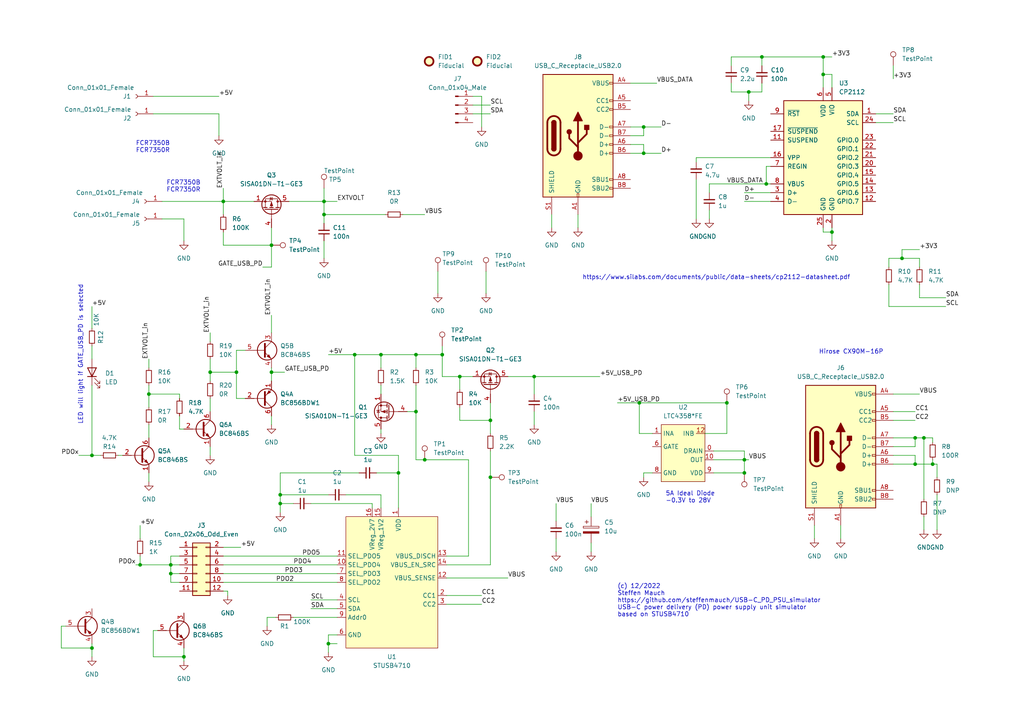
<source format=kicad_sch>
(kicad_sch (version 20211123) (generator eeschema)
  (paper "A4")
  (lib_symbols
    (symbol "Connector:Conn_01x01_Female" (pin_names (offset 1.016) hide)
      (property "Reference" "J" (at 0 2.54 0))
      (property "Value" "Conn_01x01_Female" (at 0 -2.54 0))
      (symbol "Conn_01x01_Female_1_1"
        (pin passive line (at -5.08 0 0) (length 3.81) (name "Pin_1") (number "1"))
      )
    )
    (symbol "Connector:Conn_01x04_Male" (pin_names (offset 1.016) hide)
      (property "Reference" "J" (at 0 5.08 0))
      (property "Value" "Conn_01x04_Male" (at 0 -7.62 0))
      (symbol "Conn_01x04_Male_1_1"
        (pin passive line (at 5.08 2.54 180) (length 3.81) (name "Pin_1") (number "1"))
        (pin passive line (at 5.08 0 180) (length 3.81) (name "Pin_2") (number "2"))
        (pin passive line (at 5.08 -2.54 180) (length 3.81) (name "Pin_3") (number "3"))
        (pin passive line (at 5.08 -5.08 180) (length 3.81) (name "Pin_4") (number "4"))
      )
    )
    (symbol "Connector:TestPoint" (pin_numbers hide) (pin_names (offset 0.762) hide)
      (property "Reference" "TP" (at 0 6.858 0))
      (property "Value" "TestPoint" (at 0 5.08 0))
      (symbol "TestPoint_1_1"
        (pin passive line (at 0 0 90) (length 2.54) (name "1") (number "1"))
      )
    )
    (symbol "Connector:USB_C_Receptacle_USB2.0" (pin_names (offset 1.016))
      (property "Reference" "J" (at -10.16 19.05 0))
      (property "Value" "USB_C_Receptacle_USB2.0" (at 19.05 19.05 0))
      (symbol "USB_C_Receptacle_USB2.0_1_1"
        (pin passive line (at 0 -22.86 90) (length 5.08) (name "GND") (number "A1"))
        (pin passive line (at 0 -22.86 90) (length 5.08) hide (name "GND") (number "A12"))
        (pin passive line (at 15.24 15.24 180) (length 5.08) (name "VBUS") (number "A4"))
        (pin bidirectional line (at 15.24 10.16 180) (length 5.08) (name "CC1") (number "A5"))
        (pin bidirectional line (at 15.24 -2.54 180) (length 5.08) (name "D+") (number "A6"))
        (pin bidirectional line (at 15.24 2.54 180) (length 5.08) (name "D-") (number "A7"))
        (pin bidirectional line (at 15.24 -12.7 180) (length 5.08) (name "SBU1") (number "A8"))
        (pin passive line (at 15.24 15.24 180) (length 5.08) hide (name "VBUS") (number "A9"))
        (pin passive line (at 0 -22.86 90) (length 5.08) hide (name "GND") (number "B1"))
        (pin passive line (at 0 -22.86 90) (length 5.08) hide (name "GND") (number "B12"))
        (pin passive line (at 15.24 15.24 180) (length 5.08) hide (name "VBUS") (number "B4"))
        (pin bidirectional line (at 15.24 7.62 180) (length 5.08) (name "CC2") (number "B5"))
        (pin bidirectional line (at 15.24 -5.08 180) (length 5.08) (name "D+") (number "B6"))
        (pin bidirectional line (at 15.24 0 180) (length 5.08) (name "D-") (number "B7"))
        (pin bidirectional line (at 15.24 -15.24 180) (length 5.08) (name "SBU2") (number "B8"))
        (pin passive line (at 15.24 15.24 180) (length 5.08) hide (name "VBUS") (number "B9"))
        (pin passive line (at -7.62 -22.86 90) (length 5.08) (name "SHIELD") (number "S1"))
      )
    )
    (symbol "Connector_Generic:Conn_02x06_Odd_Even" (pin_names (offset 1.016) hide)
      (property "Reference" "J" (at 1.27 7.62 0))
      (property "Value" "Conn_02x06_Odd_Even" (at 1.27 -10.16 0))
      (symbol "Conn_02x06_Odd_Even_1_1"
        (pin passive line (at -5.08 5.08 0) (length 3.81) (name "Pin_1") (number "1"))
        (pin passive line (at 7.62 -5.08 180) (length 3.81) (name "Pin_10") (number "10"))
        (pin passive line (at -5.08 -7.62 0) (length 3.81) (name "Pin_11") (number "11"))
        (pin passive line (at 7.62 -7.62 180) (length 3.81) (name "Pin_12") (number "12"))
        (pin passive line (at 7.62 5.08 180) (length 3.81) (name "Pin_2") (number "2"))
        (pin passive line (at -5.08 2.54 0) (length 3.81) (name "Pin_3") (number "3"))
        (pin passive line (at 7.62 2.54 180) (length 3.81) (name "Pin_4") (number "4"))
        (pin passive line (at -5.08 0 0) (length 3.81) (name "Pin_5") (number "5"))
        (pin passive line (at 7.62 0 180) (length 3.81) (name "Pin_6") (number "6"))
        (pin passive line (at -5.08 -2.54 0) (length 3.81) (name "Pin_7") (number "7"))
        (pin passive line (at 7.62 -2.54 180) (length 3.81) (name "Pin_8") (number "8"))
        (pin passive line (at -5.08 -5.08 0) (length 3.81) (name "Pin_9") (number "9"))
      )
    )
    (symbol "Device:C_Polarized" (pin_numbers hide) (pin_names (offset 0.254))
      (property "Reference" "C" (at 0.635 2.54 0))
      (property "Value" "C_Polarized" (at 0.635 -2.54 0))
      (symbol "C_Polarized_1_1"
        (pin passive line (at 0 3.81 270) (length 2.794) (name "~") (number "1"))
        (pin passive line (at 0 -3.81 90) (length 2.794) (name "~") (number "2"))
      )
    )
    (symbol "Device:C_Small" (pin_numbers hide) (pin_names (offset 0.254) hide)
      (property "Reference" "C" (at 0.254 1.778 0))
      (property "Value" "C_Small" (at 0.254 -2.032 0))
      (symbol "C_Small_1_1"
        (pin passive line (at 0 2.54 270) (length 2.032) (name "~") (number "1"))
        (pin passive line (at 0 -2.54 90) (length 2.032) (name "~") (number "2"))
      )
    )
    (symbol "Device:LED" (pin_numbers hide) (pin_names (offset 1.016) hide)
      (property "Reference" "D" (at 0 2.54 0))
      (property "Value" "LED" (at 0 -2.54 0))
      (symbol "LED_1_1"
        (pin passive line (at -3.81 0 0) (length 2.54) (name "K") (number "1"))
        (pin passive line (at 3.81 0 180) (length 2.54) (name "A") (number "2"))
      )
    )
    (symbol "Device:R_Small" (pin_numbers hide) (pin_names (offset 0.254) hide)
      (property "Reference" "R" (at 0.762 0.508 0))
      (property "Value" "R_Small" (at 0.762 -1.016 0))
      (symbol "R_Small_1_1"
        (pin passive line (at 0 2.54 270) (length 0.762) (name "~") (number "1"))
        (pin passive line (at 0 -2.54 90) (length 0.762) (name "~") (number "2"))
      )
    )
    (symbol "Interface_USB:CP2112" (pin_names (offset 1.016))
      (property "Reference" "U" (at -2.54 19.685 0))
      (property "Value" "CP2112" (at -2.54 17.78 0))
      (symbol "CP2112_1_1"
        (pin bidirectional line (at 15.24 12.7 180) (length 3.81) (name "SDA") (number "1"))
        (pin no_connect line (at 10.16 -20.32 90) (length 3.81) hide (name "NC") (number "10"))
        (pin output line (at -15.24 5.08 0) (length 3.81) (name "SUSPEND") (number "11"))
        (pin bidirectional line (at 15.24 -12.7 180) (length 3.81) (name "GPIO.7") (number "12"))
        (pin bidirectional line (at 15.24 -10.16 180) (length 3.81) (name "GPIO.6") (number "13"))
        (pin bidirectional line (at 15.24 -7.62 180) (length 3.81) (name "GPIO.5") (number "14"))
        (pin bidirectional line (at 15.24 -5.08 180) (length 3.81) (name "GPIO.4") (number "15"))
        (pin power_in line (at -15.24 0 0) (length 3.81) (name "VPP") (number "16"))
        (pin output line (at -15.24 7.62 0) (length 3.81) (name "~{SUSPEND}") (number "17"))
        (pin no_connect line (at 5.08 -20.32 90) (length 3.81) hide (name "NC") (number "18"))
        (pin no_connect line (at 7.62 -20.32 90) (length 3.81) hide (name "NC") (number "19"))
        (pin power_in line (at 2.54 -20.32 90) (length 3.81) (name "GND") (number "2"))
        (pin bidirectional line (at 15.24 -2.54 180) (length 3.81) (name "GPIO.3") (number "20"))
        (pin bidirectional line (at 15.24 0 180) (length 3.81) (name "GPIO.2") (number "21"))
        (pin bidirectional line (at 15.24 2.54 180) (length 3.81) (name "GPIO.1") (number "22"))
        (pin bidirectional line (at 15.24 5.08 180) (length 3.81) (name "GPIO.0") (number "23"))
        (pin output line (at 15.24 10.16 180) (length 3.81) (name "SCL") (number "24"))
        (pin power_in line (at 0 -20.32 90) (length 3.81) (name "GND") (number "25"))
        (pin bidirectional line (at -15.24 -10.16 0) (length 3.81) (name "D+") (number "3"))
        (pin bidirectional line (at -15.24 -12.7 0) (length 3.81) (name "D-") (number "4"))
        (pin power_in line (at 2.54 20.32 270) (length 3.81) (name "VIO") (number "5"))
        (pin power_in line (at 0 20.32 270) (length 3.81) (name "VDD") (number "6"))
        (pin power_in line (at -15.24 -2.54 0) (length 3.81) (name "REGIN") (number "7"))
        (pin input line (at -15.24 -7.62 0) (length 3.81) (name "VBUS") (number "8"))
        (pin input line (at -15.24 12.7 0) (length 3.81) (name "~{RST}") (number "9"))
      )
    )
    (symbol "Mechanical:Fiducial"
      (property "Reference" "FID" (at 0 5.08 0))
      (property "Value" "Fiducial" (at 0 3.175 0))
    )
    (symbol "Transistor_BJT:BC846BS" (pin_names (offset 0) hide)
      (property "Reference" "Q" (at 5.08 1.27 0))
      (property "Value" "BC846BS" (at 5.08 -1.27 0))
      (symbol "BC846BS_1_1"
        (pin passive line (at 2.54 -5.08 90) (length 2.54) (name "E1") (number "1"))
        (pin input line (at -5.08 0 0) (length 2.54) (name "B1") (number "2"))
        (pin passive line (at 2.54 5.08 270) (length 2.54) (name "C1") (number "6"))
      )
      (symbol "BC846BS_2_1"
        (pin passive line (at 2.54 5.08 270) (length 2.54) (name "C2") (number "3"))
        (pin passive line (at 2.54 -5.08 90) (length 2.54) (name "E2") (number "4"))
        (pin input line (at -5.08 0 0) (length 2.54) (name "B2") (number "5"))
      )
    )
    (symbol "Transistor_BJT:BC856BDW1" (pin_names (offset 0) hide)
      (property "Reference" "Q" (at 5.08 1.27 0))
      (property "Value" "BC856BDW1" (at 5.08 -1.27 0))
      (symbol "BC856BDW1_1_1"
        (pin passive line (at 2.54 -5.08 90) (length 2.54) (name "E1") (number "1"))
        (pin input line (at -5.08 0 0) (length 2.54) (name "B1") (number "2"))
        (pin passive line (at 2.54 5.08 270) (length 2.54) (name "C1") (number "6"))
      )
      (symbol "BC856BDW1_2_1"
        (pin passive line (at 2.54 5.08 270) (length 2.54) (name "C2") (number "3"))
        (pin passive line (at 2.54 -5.08 90) (length 2.54) (name "E2") (number "4"))
        (pin input line (at -5.08 0 0) (length 2.54) (name "B2") (number "5"))
      )
    )
    (symbol "Transistor_FET:SiS415DNT" (pin_names hide)
      (property "Reference" "Q" (at 5.08 1.905 0))
      (property "Value" "SiS415DNT" (at 5.08 0 0))
      (symbol "SiS415DNT_1_1"
        (pin passive line (at 2.54 -5.08 90) (length 2.54) (name "S") (number "1"))
        (pin passive line (at 2.54 -5.08 90) (length 2.54) hide (name "S") (number "2"))
        (pin passive line (at 2.54 -5.08 90) (length 2.54) hide (name "S") (number "3"))
        (pin passive line (at -5.08 0 0) (length 2.54) (name "G") (number "4"))
        (pin passive line (at 2.54 5.08 270) (length 2.54) (name "D") (number "5"))
      )
    )
    (symbol "parts:LTC4358*FE"
      (property "Reference" "U" (at 0 0 0))
      (property "Value" "LTC4358*FE" (at 0 -2.54 0))
      (symbol "LTC4358*FE_1_1"
        (pin power_out line (at 8.89 10.16 180) (length 2.54) (name "DRAIN") (number "0"))
        (pin power_in line (at -8.89 15.24 0) (length 2.54) (name "INA") (number "1"))
        (pin power_out line (at 8.89 7.62 180) (length 2.54) (name "OUT") (number "10"))
        (pin power_in line (at 6.35 15.24 180) (length 2.54) (name "INB") (number "12"))
        (pin power_in line (at 6.35 15.24 180) (length 2.54) hide (name "INB") (number "13"))
        (pin power_in line (at 6.35 15.24 180) (length 2.54) hide (name "INB") (number "14"))
        (pin power_in line (at 6.35 15.24 180) (length 2.54) hide (name "INB") (number "15"))
        (pin power_in line (at 6.35 15.24 180) (length 2.54) hide (name "INB") (number "15"))
        (pin power_in line (at 6.35 15.24 180) (length 2.54) hide (name "INB") (number "16"))
        (pin power_in line (at -8.89 15.24 0) (length 2.54) hide (name "IN") (number "2"))
        (pin power_in line (at -8.89 15.24 0) (length 2.54) hide (name "IN") (number "3"))
        (pin power_in line (at -8.89 15.24 0) (length 2.54) hide (name "IN") (number "4"))
        (pin output line (at -8.89 11.43 0) (length 2.54) (name "GATE") (number "6"))
        (pin passive line (at -8.89 3.81 0) (length 2.54) (name "GND") (number "8"))
        (pin power_in line (at 8.89 3.81 180) (length 2.54) (name "VDD") (number "9"))
      )
    )
    (symbol "parts:STUSB4710"
      (property "Reference" "U" (at 0 -2.54 0))
      (property "Value" "STUSB4710" (at 0 -5.08 0))
      (symbol "STUSB4710_1_1"
        (pin power_in line (at 2.54 39.37 270) (length 2.54) (name "VDD") (number "1"))
        (pin output line (at -15.24 22.86 0) (length 2.54) (name "SEL_PDO4") (number "10"))
        (pin output line (at -15.24 25.4 0) (length 2.54) (name "SEL_PDO5") (number "11"))
        (pin input line (at 16.51 19.05 180) (length 2.54) (name "VBUS_SENSE") (number "12"))
        (pin output line (at 16.51 25.4 180) (length 2.54) (name "VBUS_DISCH") (number "13"))
        (pin output line (at 16.51 22.86 180) (length 2.54) (name "VBUS_EN_SRC") (number "14"))
        (pin power_out line (at -2.54 39.37 270) (length 2.54) (name "VReg_1V2") (number "15"))
        (pin power_out line (at -5.08 39.37 270) (length 2.54) (name "VReg_2V7") (number "16"))
        (pin bidirectional line (at 16.51 13.97 180) (length 2.54) (name "CC1") (number "2"))
        (pin bidirectional line (at 16.51 11.43 180) (length 2.54) (name "CC2") (number "3"))
        (pin bidirectional line (at -15.24 12.7 0) (length 2.54) (name "SCL") (number "4"))
        (pin bidirectional line (at -15.24 10.16 0) (length 2.54) (name "SDA") (number "5"))
        (pin passive line (at -15.24 2.54 0) (length 2.54) (name "GND") (number "6"))
        (pin output line (at -15.24 20.32 0) (length 2.54) (name "SEL_PDO3") (number "7"))
        (pin output line (at -15.24 17.78 0) (length 2.54) (name "SEL_PDO2") (number "8"))
        (pin input line (at -15.24 7.62 0) (length 2.54) (name "Addr0") (number "9"))
      )
    )
    (symbol "power:GND" (power) (pin_names (offset 0))
      (property "Value" "GND" (at 0 -3.81 0))
      (symbol "GND_1_1"
        (pin power_in line (at 0 0 270) (length 0) hide (name "GND") (number "1"))
      )
    )
  )
  (junction (at 115.57 137.16))
  (junction (at 238.76 16.51))
  (junction (at 40.64 163.83))
  (junction (at 267.97 127))
  (junction (at 68.58 107.95))
  (junction (at 142.24 121.92))
  (junction (at 49.53 163.83))
  (junction (at 26.67 132.08))
  (junction (at 186.69 44.45))
  (junction (at 220.98 16.51))
  (junction (at 186.69 36.83))
  (junction (at 142.24 138.43))
  (junction (at 64.77 58.42))
  (junction (at 78.74 107.95))
  (junction (at 26.67 187.96))
  (junction (at 238.76 21.59))
  (junction (at 81.28 146.05))
  (junction (at 210.82 116.84))
  (junction (at 215.9 137.16))
  (junction (at 265.43 134.62))
  (junction (at 93.98 58.42))
  (junction (at 215.9 133.35))
  (junction (at 43.18 114.3))
  (junction (at 123.19 133.35))
  (junction (at 261.62 74.93))
  (junction (at 81.28 143.51))
  (junction (at 53.34 190.5))
  (junction (at 93.98 62.23))
  (junction (at 95.25 186.69))
  (junction (at 78.74 71.12))
  (junction (at 120.65 102.87))
  (junction (at 128.27 102.87))
  (junction (at 110.49 102.87))
  (junction (at 102.87 102.87))
  (junction (at 120.65 119.38))
  (junction (at 133.35 109.22))
  (junction (at 217.17 26.67))
  (junction (at 185.42 116.84))
  (junction (at 270.51 134.62))
  (junction (at 49.53 166.37))
  (junction (at 154.94 109.22))
  (junction (at 60.96 107.95))
  (junction (at 265.43 127))
  (junction (at 241.3 67.31))
  (junction (at 222.25 53.34))
  (wire (pts (xy 109.22 137.16) (xy 115.57 137.16)))
  (wire (pts (xy 261.62 72.39) (xy 266.7 72.39)))
  (wire (pts (xy 128.27 102.87) (xy 120.65 102.87)))
  (wire (pts (xy 241.3 21.59) (xy 238.76 21.59)))
  (wire (pts (xy 64.77 71.12) (xy 78.74 71.12)))
  (wire (pts (xy 129.54 161.29) (xy 135.89 161.29)))
  (wire (pts (xy 43.18 123.19) (xy 43.18 127)))
  (wire (pts (xy 259.08 121.92) (xy 265.43 121.92)))
  (wire (pts (xy 26.67 132.08) (xy 29.21 132.08)))
  (wire (pts (xy 17.78 187.96) (xy 26.67 187.96)))
  (wire (pts (xy 81.28 143.51) (xy 81.28 146.05)))
  (wire (pts (xy 49.53 163.83) (xy 52.07 163.83)))
  (wire (pts (xy 254 35.56) (xy 259.08 35.56)))
  (wire (pts (xy 52.07 114.3) (xy 52.07 115.57)))
  (wire (pts (xy 43.18 137.16) (xy 43.18 139.7)))
  (wire (pts (xy 186.69 41.91) (xy 186.69 44.45)))
  (wire (pts (xy 93.98 62.23) (xy 93.98 64.77)))
  (wire (pts (xy 137.16 109.22) (xy 133.35 109.22)))
  (wire (pts (xy 81.28 137.16) (xy 81.28 143.51)))
  (wire (pts (xy 115.57 132.08) (xy 115.57 137.16)))
  (wire (pts (xy 267.97 127) (xy 267.97 144.78)))
  (wire (pts (xy 120.65 133.35) (xy 120.65 119.38)))
  (wire (pts (xy 60.96 104.14) (xy 60.96 107.95)))
  (wire (pts (xy 207.01 133.35) (xy 215.9 133.35)))
  (wire (pts (xy 135.89 133.35) (xy 123.19 133.35)))
  (wire (pts (xy 102.87 132.08) (xy 115.57 132.08)))
  (wire (pts (xy 267.97 127) (xy 270.51 127)))
  (wire (pts (xy 17.78 181.61) (xy 17.78 187.96)))
  (wire (pts (xy 19.05 181.61) (xy 17.78 181.61)))
  (wire (pts (xy 78.74 106.68) (xy 78.74 107.95)))
  (wire (pts (xy 102.87 102.87) (xy 102.87 132.08)))
  (wire (pts (xy 80.01 179.07) (xy 77.47 179.07)))
  (wire (pts (xy 189.23 125.73) (xy 185.42 125.73)))
  (wire (pts (xy 265.43 127) (xy 267.97 127)))
  (wire (pts (xy 49.53 161.29) (xy 49.53 163.83)))
  (wire (pts (xy 142.24 130.81) (xy 142.24 138.43)))
  (wire (pts (xy 26.67 111.76) (xy 26.67 132.08)))
  (wire (pts (xy 76.2 77.47) (xy 78.74 77.47)))
  (wire (pts (xy 46.99 63.5) (xy 53.34 63.5)))
  (wire (pts (xy 201.93 46.99) (xy 201.93 45.72)))
  (wire (pts (xy 93.98 69.85) (xy 93.98 74.93)))
  (wire (pts (xy 266.7 77.47) (xy 266.7 74.93)))
  (wire (pts (xy 241.3 67.31) (xy 241.3 69.85)))
  (wire (pts (xy 186.69 41.91) (xy 182.88 41.91)))
  (wire (pts (xy 212.09 24.13) (xy 212.09 26.67)))
  (wire (pts (xy 49.53 163.83) (xy 49.53 166.37)))
  (wire (pts (xy 220.98 19.05) (xy 220.98 16.51)))
  (wire (pts (xy 161.29 146.05) (xy 161.29 151.13)))
  (wire (pts (xy 85.09 179.07) (xy 97.79 179.07)))
  (wire (pts (xy 78.74 120.65) (xy 78.74 123.19)))
  (wire (pts (xy 259.08 19.05) (xy 259.08 22.86)))
  (wire (pts (xy 118.11 119.38) (xy 120.65 119.38)))
  (wire (pts (xy 171.45 157.48) (xy 171.45 160.02)))
  (wire (pts (xy 90.17 173.99) (xy 97.79 173.99)))
  (wire (pts (xy 137.16 27.94) (xy 139.7 27.94)))
  (wire (pts (xy 257.81 88.9) (xy 274.32 88.9)))
  (wire (pts (xy 64.77 58.42) (xy 73.66 58.42)))
  (wire (pts (xy 115.57 147.32) (xy 115.57 137.16)))
  (wire (pts (xy 45.72 182.88) (xy 44.45 182.88)))
  (wire (pts (xy 22.86 132.08) (xy 26.67 132.08)))
  (wire (pts (xy 215.9 137.16) (xy 215.9 133.35)))
  (wire (pts (xy 40.64 152.4) (xy 40.64 156.21)))
  (wire (pts (xy 46.99 58.42) (xy 64.77 58.42)))
  (wire (pts (xy 217.17 26.67) (xy 220.98 26.67)))
  (wire (pts (xy 259.08 114.3) (xy 266.7 114.3)))
  (wire (pts (xy 26.67 88.9) (xy 26.67 95.25)))
  (wire (pts (xy 52.07 161.29) (xy 49.53 161.29)))
  (wire (pts (xy 93.98 58.42) (xy 97.79 58.42)))
  (wire (pts (xy 142.24 138.43) (xy 142.24 163.83)))
  (wire (pts (xy 241.3 66.04) (xy 241.3 67.31)))
  (wire (pts (xy 147.32 109.22) (xy 154.94 109.22)))
  (wire (pts (xy 26.67 100.33) (xy 26.67 104.14)))
  (wire (pts (xy 179.07 116.84) (xy 185.42 116.84)))
  (wire (pts (xy 93.98 62.23) (xy 111.76 62.23)))
  (wire (pts (xy 182.88 39.37) (xy 186.69 39.37)))
  (wire (pts (xy 217.17 29.21) (xy 217.17 26.67)))
  (wire (pts (xy 78.74 71.12) (xy 78.74 77.47)))
  (wire (pts (xy 81.28 143.51) (xy 95.25 143.51)))
  (wire (pts (xy 64.77 163.83) (xy 97.79 163.83)))
  (wire (pts (xy 212.09 19.05) (xy 212.09 16.51)))
  (wire (pts (xy 210.82 116.84) (xy 210.82 125.73)))
  (wire (pts (xy 60.96 107.95) (xy 60.96 110.49)))
  (wire (pts (xy 129.54 175.26) (xy 139.7 175.26)))
  (wire (pts (xy 133.35 121.92) (xy 142.24 121.92)))
  (wire (pts (xy 116.84 62.23) (xy 123.19 62.23)))
  (wire (pts (xy 49.53 166.37) (xy 49.53 168.91)))
  (wire (pts (xy 34.29 132.08) (xy 35.56 132.08)))
  (wire (pts (xy 127 85.09) (xy 127 78.74)))
  (wire (pts (xy 133.35 109.22) (xy 128.27 109.22)))
  (wire (pts (xy 44.45 190.5) (xy 53.34 190.5)))
  (wire (pts (xy 78.74 66.04) (xy 78.74 71.12)))
  (wire (pts (xy 68.58 107.95) (xy 68.58 115.57)))
  (wire (pts (xy 40.64 163.83) (xy 40.64 161.29)))
  (wire (pts (xy 66.04 171.45) (xy 66.04 172.72)))
  (wire (pts (xy 238.76 21.59) (xy 238.76 25.4)))
  (wire (pts (xy 129.54 163.83) (xy 142.24 163.83)))
  (wire (pts (xy 267.97 149.86) (xy 267.97 153.67)))
  (wire (pts (xy 120.65 111.76) (xy 120.65 119.38)))
  (wire (pts (xy 259.08 134.62) (xy 265.43 134.62)))
  (wire (pts (xy 212.09 16.51) (xy 220.98 16.51)))
  (wire (pts (xy 43.18 104.14) (xy 43.18 106.68)))
  (wire (pts (xy 215.9 55.88) (xy 223.52 55.88)))
  (wire (pts (xy 243.84 152.4) (xy 243.84 156.21)))
  (wire (pts (xy 64.77 161.29) (xy 97.79 161.29)))
  (wire (pts (xy 142.24 121.92) (xy 142.24 125.73)))
  (wire (pts (xy 102.87 102.87) (xy 95.25 102.87)))
  (wire (pts (xy 81.28 146.05) (xy 85.09 146.05)))
  (wire (pts (xy 43.18 114.3) (xy 52.07 114.3)))
  (wire (pts (xy 43.18 111.76) (xy 43.18 114.3)))
  (wire (pts (xy 205.74 60.96) (xy 205.74 63.5)))
  (wire (pts (xy 93.98 58.42) (xy 93.98 62.23)))
  (wire (pts (xy 222.25 53.34) (xy 223.52 53.34)))
  (wire (pts (xy 139.7 27.94) (xy 139.7 36.83)))
  (wire (pts (xy 110.49 124.46) (xy 110.49 125.73)))
  (wire (pts (xy 128.27 102.87) (xy 128.27 109.22)))
  (wire (pts (xy 44.45 33.02) (xy 63.5 33.02)))
  (wire (pts (xy 259.08 129.54) (xy 265.43 129.54)))
  (wire (pts (xy 78.74 107.95) (xy 78.74 110.49)))
  (wire (pts (xy 26.67 186.69) (xy 26.67 187.96)))
  (wire (pts (xy 97.79 184.15) (xy 95.25 184.15)))
  (wire (pts (xy 259.08 119.38) (xy 265.43 119.38)))
  (wire (pts (xy 257.81 77.47) (xy 257.81 74.93)))
  (wire (pts (xy 271.78 143.51) (xy 271.78 153.67)))
  (wire (pts (xy 100.33 143.51) (xy 110.49 143.51)))
  (wire (pts (xy 201.93 45.72) (xy 223.52 45.72)))
  (wire (pts (xy 154.94 119.38) (xy 154.94 123.19)))
  (wire (pts (xy 78.74 91.44) (xy 78.74 96.52)))
  (wire (pts (xy 53.34 187.96) (xy 53.34 190.5)))
  (wire (pts (xy 95.25 186.69) (xy 95.25 189.23)))
  (wire (pts (xy 223.52 48.26) (xy 222.25 48.26)))
  (wire (pts (xy 60.96 96.52) (xy 60.96 99.06)))
  (wire (pts (xy 40.64 163.83) (xy 49.53 163.83)))
  (wire (pts (xy 201.93 52.07) (xy 201.93 63.5)))
  (wire (pts (xy 64.77 67.31) (xy 64.77 71.12)))
  (wire (pts (xy 222.25 48.26) (xy 222.25 53.34)))
  (wire (pts (xy 137.16 33.02) (xy 142.24 33.02)))
  (wire (pts (xy 78.74 107.95) (xy 82.55 107.95)))
  (wire (pts (xy 53.34 124.46) (xy 52.07 124.46)))
  (wire (pts (xy 238.76 66.04) (xy 238.76 67.31)))
  (wire (pts (xy 220.98 16.51) (xy 238.76 16.51)))
  (wire (pts (xy 140.97 85.09) (xy 140.97 78.74)))
  (wire (pts (xy 189.23 137.16) (xy 186.69 137.16)))
  (wire (pts (xy 90.17 176.53) (xy 97.79 176.53)))
  (wire (pts (xy 60.96 129.54) (xy 60.96 132.08)))
  (wire (pts (xy 64.77 58.42) (xy 64.77 62.23)))
  (wire (pts (xy 265.43 134.62) (xy 265.43 132.08)))
  (wire (pts (xy 266.7 86.36) (xy 274.32 86.36)))
  (wire (pts (xy 185.42 116.84) (xy 210.82 116.84)))
  (wire (pts (xy 160.02 62.23) (xy 160.02 66.04)))
  (wire (pts (xy 220.98 24.13) (xy 220.98 26.67)))
  (wire (pts (xy 161.29 156.21) (xy 161.29 160.02)))
  (wire (pts (xy 270.51 134.62) (xy 271.78 134.62)))
  (wire (pts (xy 97.79 186.69) (xy 95.25 186.69)))
  (wire (pts (xy 212.09 26.67) (xy 217.17 26.67)))
  (wire (pts (xy 53.34 190.5) (xy 53.34 191.77)))
  (wire (pts (xy 137.16 30.48) (xy 142.24 30.48)))
  (wire (pts (xy 257.81 88.9) (xy 257.81 82.55)))
  (wire (pts (xy 49.53 168.91) (xy 52.07 168.91)))
  (wire (pts (xy 107.95 147.32) (xy 107.95 146.05)))
  (wire (pts (xy 44.45 182.88) (xy 44.45 190.5)))
  (wire (pts (xy 205.74 55.88) (xy 205.74 53.34)))
  (wire (pts (xy 64.77 158.75) (xy 69.85 158.75)))
  (wire (pts (xy 60.96 107.95) (xy 68.58 107.95)))
  (wire (pts (xy 64.77 54.61) (xy 64.77 58.42)))
  (wire (pts (xy 154.94 109.22) (xy 173.99 109.22)))
  (wire (pts (xy 110.49 102.87) (xy 110.49 106.68)))
  (wire (pts (xy 95.25 184.15) (xy 95.25 186.69)))
  (wire (pts (xy 236.22 152.4) (xy 236.22 156.21)))
  (wire (pts (xy 120.65 102.87) (xy 110.49 102.87)))
  (wire (pts (xy 238.76 16.51) (xy 238.76 21.59)))
  (wire (pts (xy 68.58 101.6) (xy 68.58 107.95)))
  (wire (pts (xy 238.76 16.51) (xy 241.3 16.51)))
  (wire (pts (xy 142.24 121.92) (xy 142.24 116.84)))
  (wire (pts (xy 266.7 74.93) (xy 261.62 74.93)))
  (wire (pts (xy 257.81 74.93) (xy 261.62 74.93)))
  (wire (pts (xy 215.9 130.81) (xy 215.9 133.35)))
  (wire (pts (xy 238.76 67.31) (xy 241.3 67.31)))
  (wire (pts (xy 254 33.02) (xy 259.08 33.02)))
  (wire (pts (xy 186.69 36.83) (xy 182.88 36.83)))
  (wire (pts (xy 205.74 53.34) (xy 222.25 53.34)))
  (wire (pts (xy 154.94 109.22) (xy 154.94 114.3)))
  (wire (pts (xy 182.88 44.45) (xy 186.69 44.45)))
  (wire (pts (xy 64.77 171.45) (xy 66.04 171.45)))
  (wire (pts (xy 93.98 54.61) (xy 93.98 58.42)))
  (wire (pts (xy 52.07 120.65) (xy 52.07 124.46)))
  (wire (pts (xy 60.96 115.57) (xy 60.96 119.38)))
  (wire (pts (xy 110.49 147.32) (xy 110.49 143.51)))
  (wire (pts (xy 186.69 44.45) (xy 191.77 44.45)))
  (wire (pts (xy 83.82 58.42) (xy 93.98 58.42)))
  (wire (pts (xy 44.45 27.94) (xy 63.5 27.94)))
  (wire (pts (xy 270.51 133.35) (xy 270.51 134.62)))
  (wire (pts (xy 128.27 100.33) (xy 128.27 102.87)))
  (wire (pts (xy 186.69 36.83) (xy 191.77 36.83)))
  (wire (pts (xy 215.9 58.42) (xy 223.52 58.42)))
  (wire (pts (xy 167.64 62.23) (xy 167.64 66.04)))
  (wire (pts (xy 215.9 133.35) (xy 217.17 133.35)))
  (wire (pts (xy 71.12 115.57) (xy 68.58 115.57)))
  (wire (pts (xy 135.89 161.29) (xy 135.89 133.35)))
  (wire (pts (xy 133.35 109.22) (xy 133.35 113.03)))
  (wire (pts (xy 107.95 146.05) (xy 90.17 146.05)))
  (wire (pts (xy 129.54 167.64) (xy 147.32 167.64)))
  (wire (pts (xy 110.49 102.87) (xy 102.87 102.87)))
  (wire (pts (xy 110.49 111.76) (xy 110.49 114.3)))
  (wire (pts (xy 133.35 118.11) (xy 133.35 121.92)))
  (wire (pts (xy 266.7 82.55) (xy 266.7 86.36)))
  (wire (pts (xy 265.43 134.62) (xy 270.51 134.62)))
  (wire (pts (xy 77.47 179.07) (xy 77.47 181.61)))
  (wire (pts (xy 81.28 146.05) (xy 81.28 148.59)))
  (wire (pts (xy 210.82 125.73) (xy 204.47 125.73)))
  (wire (pts (xy 186.69 137.16) (xy 186.69 138.43)))
  (wire (pts (xy 49.53 166.37) (xy 52.07 166.37)))
  (wire (pts (xy 182.88 24.13) (xy 190.5 24.13)))
  (wire (pts (xy 129.54 172.72) (xy 139.7 172.72)))
  (wire (pts (xy 39.37 163.83) (xy 40.64 163.83)))
  (wire (pts (xy 104.14 137.16) (xy 81.28 137.16)))
  (wire (pts (xy 207.01 137.16) (xy 215.9 137.16)))
  (wire (pts (xy 63.5 39.37) (xy 63.5 33.02)))
  (wire (pts (xy 64.77 168.91) (xy 97.79 168.91)))
  (wire (pts (xy 53.34 69.85) (xy 53.34 63.5)))
  (wire (pts (xy 64.77 166.37) (xy 97.79 166.37)))
  (wire (pts (xy 186.69 36.83) (xy 186.69 39.37)))
  (wire (pts (xy 207.01 130.81) (xy 215.9 130.81)))
  (wire (pts (xy 43.18 114.3) (xy 43.18 118.11)))
  (wire (pts (xy 68.58 101.6) (xy 71.12 101.6)))
  (wire (pts (xy 185.42 116.84) (xy 185.42 125.73)))
  (wire (pts (xy 26.67 187.96) (xy 26.67 190.5)))
  (wire (pts (xy 241.3 25.4) (xy 241.3 21.59)))
  (wire (pts (xy 123.19 133.35) (xy 120.65 133.35)))
  (wire (pts (xy 265.43 132.08) (xy 259.08 132.08)))
  (wire (pts (xy 171.45 146.05) (xy 171.45 149.86)))
  (wire (pts (xy 265.43 129.54) (xy 265.43 127)))
  (wire (pts (xy 265.43 127) (xy 259.08 127)))
  (wire (pts (xy 261.62 74.93) (xy 261.62 72.39)))
  (wire (pts (xy 270.51 128.27) (xy 270.51 127)))
  (wire (pts (xy 271.78 138.43) (xy 271.78 134.62)))
  (wire (pts (xy 120.65 102.87) (xy 120.65 106.68)))
  (text "5A Ideal Diode\n-0.3V to 28V" (at 193.04 146.05 0) (effects (font (size 1.27 1.27)) (justify left bottom)))
  (text "Hirose CX90M-16P" (at 237.49 102.87 0) (effects (font (size 1.27 1.27)) (justify left bottom)))
  (text "https://www.silabs.com/documents/public/data-sheets/cp2112-datasheet.pdf" (at 168.91 81.28 0) (effects (font (size 1.27 1.27)) (justify left bottom)))
  (text "FCR7350B\nFCR7350R" (at 39.37 44.45 0) (effects (font (size 1.27 1.27)) (justify left bottom)))
  (text "LED will light if GATE_USB_PD is selected" (at 24.13 123.19 90) (effects (font (size 1.27 1.27)) (justify left bottom)))
  (text "(c) 12/2022\nSteffen Mauch\nhttps://github.com/steffenmauch/USB-C_PD_PSU_simulator\nUSB-C power delivery (PD) power supply unit simulator\nbased on STUSB4710" (at 179.07 179.07 0) (effects (font (size 1.27 1.27)) (justify left bottom)))
  (text "FCR7350B\nFCR7350R" (at 48.26 55.88 0) (effects (font (size 1.27 1.27)) (justify left bottom)))
  (label "EXTVOLT_in" (at 60.96 96.52 90))
  (label "GATE_USB_PD" (at 76.2 77.47 180))
  (label "D-" (at 191.77 36.83 0))
  (label "PDO5" (at 87.63 161.29 0))
  (label "CC2" (at 265.43 121.92 0))
  (label "D-" (at 215.9 58.42 0))
  (label "EXTVOLT_in" (at 78.74 91.44 90))
  (label "PDO4" (at 85.09 163.83 0))
  (label "VBUS" (at 161.29 146.05 0))
  (label "CC2" (at 139.7 175.26 0))
  (label "GATE_USB_PD" (at 82.55 107.95 0))
  (label "CC1" (at 265.43 119.38 0))
  (label "+3V3" (at 241.3 16.51 0))
  (label "SCL" (at 274.32 88.9 0))
  (label "+5V_USB_PD" (at 173.99 109.22 0))
  (label "SDA" (at 142.24 33.02 0))
  (label "D+" (at 191.77 44.45 0))
  (label "D+" (at 215.9 55.88 0))
  (label "+3V3" (at 266.7 72.39 0))
  (label "SCL" (at 259.08 35.56 0))
  (label "VBUS" (at 266.7 114.3 0))
  (label "VBUS" (at 147.32 167.64 0))
  (label "PDOx" (at 22.86 132.08 180))
  (label "PDO3" (at 82.55 166.37 0))
  (label "+3V3" (at 259.08 22.86 0))
  (label "+5V" (at 26.67 88.9 0))
  (label "PDOx" (at 39.37 163.83 180))
  (label "SCL" (at 90.17 173.99 0))
  (label "EXTVOLT_in" (at 43.18 104.14 90))
  (label "EXTVOLT_in" (at 64.77 54.61 90))
  (label "+5V_USB_PD" (at 179.07 116.84 0))
  (label "SDA" (at 259.08 33.02 0))
  (label "PDO2" (at 80.01 168.91 0))
  (label "VBUS_DATA" (at 190.5 24.13 0))
  (label "CC1" (at 139.7 172.72 0))
  (label "EXTVOLT" (at 97.79 58.42 0))
  (label "VBUS" (at 171.45 146.05 0))
  (label "VBUS_DATA" (at 210.82 53.34 0))
  (label "VBUS" (at 217.17 133.35 0))
  (label "SDA" (at 90.17 176.53 0))
  (label "+5V" (at 40.64 152.4 0))
  (label "VBUS" (at 123.19 62.23 0))
  (label "+5V" (at 63.5 27.94 0))
  (label "+5V" (at 95.25 102.87 0))
  (label "SCL" (at 142.24 30.48 0))
  (label "SDA" (at 274.32 86.36 0))
  (label "+5V" (at 69.85 158.75 0))
  (symbol (lib_id "Device:R_Small") (at 110.49 109.22 180) (unit 1)
    (property "Reference" "R2" (at 113.03 107.9499 0) (effects (justify right)))
    (property "Value" "1.5K" (at 113.03 110.4899 0) (effects (justify right)))
    (property "Footprint" "Resistor_SMD:R_0603_1608Metric" (effects hide))
  )
  (symbol (lib_id "power:GND") (at 267.97 153.67 0) (unit 1)
    (property "Reference" "#PWR0102" (effects hide))
    (property "Value" "GND" (at 267.97 158.75 0))
  )
  (symbol (lib_id "Device:R_Small") (at 26.67 97.79 180) (unit 1)
    (property "Reference" "R12" (at 29.21 97.79 90))
    (property "Value" "10K" (at 27.94 92.71 90))
    (property "Footprint" "Resistor_SMD:R_0603_1608Metric" (effects hide))
  )
  (symbol (lib_id "Transistor_BJT:BC846BS") (at 40.64 132.08 0) (unit 1)
    (property "Reference" "Q5" (at 45.72 130.8099 0) (effects (justify left)))
    (property "Value" "BC846BS" (at 45.72 133.3499 0) (effects (justify left)))
    (property "Footprint" "Package_TO_SOT_SMD:SOT-363_SC-70-6" (effects hide))
    (property "Datasheet" "https://assets.nexperia.com/documents/data-sheet/BC846BS.pdf" (effects hide))
  )
  (symbol (lib_id "Connector:TestPoint") (at 93.98 54.61 0) (unit 1)
    (property "Reference" "TP5" (at 99.06 52.07 0) (effects (justify right)))
    (property "Value" "TestPoint" (at 102.87 49.53 0) (effects (justify right)))
    (property "Footprint" "TestPoint:TestPoint_THTPad_D1.0mm_Drill0.5mm" (effects hide))
  )
  (symbol (lib_id "Device:R_Small") (at 266.7 80.01 0) (unit 1)
    (property "Reference" "R11" (at 269.24 78.7399 0) (effects (justify left)))
    (property "Value" "4.7K" (at 269.24 81.2799 0) (effects (justify left)))
    (property "Footprint" "Resistor_SMD:R_0603_1608Metric" (effects hide))
  )
  (symbol (lib_id "Connector:TestPoint") (at 140.97 78.74 0) (unit 1)
    (property "Reference" "TP10" (at 143.51 74.1679 0) (effects (justify left)))
    (property "Value" "TestPoint" (at 143.51 76.7079 0) (effects (justify left)))
    (property "Footprint" "TestPoint:TestPoint_THTPad_D1.0mm_Drill0.5mm" (effects hide))
  )
  (symbol (lib_id "power:GND") (at 81.28 148.59 0) (unit 1)
    (property "Reference" "#PWR0103" (effects hide))
    (property "Value" "GND" (at 81.28 153.67 0))
  )
  (symbol (lib_id "Device:R_Small") (at 40.64 158.75 0) (unit 1)
    (property "Reference" "R15" (at 43.18 157.4799 0) (effects (justify left)))
    (property "Value" "1K" (at 43.18 160.02 0) (effects (justify left)))
    (property "Footprint" "Resistor_SMD:R_0603_1608Metric" (effects hide))
  )
  (symbol (lib_id "Connector:Conn_01x01_Female") (at 41.91 63.5 180) (unit 1)
    (property "Reference" "J5" (at 40.64 64.7701 0) (effects (justify left)))
    (property "Value" "Conn_01x01_Female" (at 40.64 62.2301 0) (effects (justify left)))
    (property "Footprint" "parts:FCR7350" (effects hide))
  )
  (symbol (lib_id "Connector:Conn_01x01_Female") (at 39.37 27.94 180) (unit 1)
    (property "Reference" "J1" (at 36.83 27.94 0))
    (property "Value" "Conn_01x01_Female" (at 29.21 25.4 0))
    (property "Footprint" "parts:FCR7350" (effects hide))
  )
  (symbol (lib_id "power:GND") (at 154.94 123.19 0) (unit 1)
    (property "Reference" "#PWR0106" (effects hide))
    (property "Value" "GND" (at 154.94 128.27 0))
  )
  (symbol (lib_id "Device:R_Small") (at 31.75 132.08 270) (unit 1)
    (property "Reference" "R14" (at 31.75 129.54 90))
    (property "Value" "4.7K" (at 31.75 127 90))
    (property "Footprint" "Resistor_SMD:R_0603_1608Metric" (effects hide))
  )
  (symbol (lib_id "Mechanical:Fiducial") (at 138.43 17.78 0) (unit 1)
    (property "Reference" "FID2" (at 140.97 16.5099 0) (effects (justify left)))
    (property "Value" "Fiducial" (at 140.97 19.0499 0) (effects (justify left)))
    (property "Footprint" "Fiducial:Fiducial_1mm_Mask2mm" (effects hide))
  )
  (symbol (lib_id "Device:R_Small") (at 52.07 118.11 0) (unit 1)
    (property "Reference" "R18" (at 54.61 116.8399 0) (effects (justify left)))
    (property "Value" "4.7K" (at 54.61 119.3799 0) (effects (justify left)))
    (property "Footprint" "Resistor_SMD:R_0603_1608Metric" (effects hide))
  )
  (symbol (lib_id "Device:R_Small") (at 60.96 101.6 0) (unit 1)
    (property "Reference" "R19" (at 63.5 100.3299 0) (effects (justify left)))
    (property "Value" "10K" (at 63.5 102.8699 0) (effects (justify left)))
    (property "Footprint" "Resistor_SMD:R_0603_1608Metric" (effects hide))
  )
  (symbol (lib_id "Mechanical:Fiducial") (at 124.46 17.78 0) (unit 1)
    (property "Reference" "FID1" (at 127 16.5099 0) (effects (justify left)))
    (property "Value" "Fiducial" (at 127 19.0499 0) (effects (justify left)))
    (property "Footprint" "Fiducial:Fiducial_1mm_Mask2mm" (effects hide))
  )
  (symbol (lib_id "Device:R_Small") (at 271.78 140.97 180) (unit 1)
    (property "Reference" "R9" (at 274.32 139.6999 0) (effects (justify right)))
    (property "Value" "DNP" (at 274.32 142.2399 0) (effects (justify right)))
    (property "Footprint" "Resistor_SMD:R_0603_1608Metric" (effects hide))
  )
  (symbol (lib_id "power:GND") (at 53.34 191.77 0) (unit 1)
    (property "Reference" "#PWR0129" (effects hide))
    (property "Value" "GND" (at 53.34 196.85 0))
  )
  (symbol (lib_id "Connector:Conn_01x01_Female") (at 41.91 58.42 180) (unit 1)
    (property "Reference" "J4" (at 39.37 58.42 0))
    (property "Value" "Conn_01x01_Female" (at 31.75 55.88 0))
    (property "Footprint" "parts:FCR7350" (effects hide))
  )
  (symbol (lib_id "Device:C_Small") (at 93.98 67.31 180) (unit 1)
    (property "Reference" "C11" (at 96.52 66.0335 0) (effects (justify right)))
    (property "Value" "100n" (at 96.52 68.5735 0) (effects (justify right)))
    (property "Footprint" "Capacitor_SMD:C_0603_1608Metric" (effects hide))
  )
  (symbol (lib_id "Connector:Conn_01x01_Female") (at 39.37 33.02 180) (unit 1)
    (property "Reference" "J2" (at 38.1 34.2901 0) (effects (justify left)))
    (property "Value" "Conn_01x01_Female" (at 38.1 31.7501 0) (effects (justify left)))
    (property "Footprint" "parts:FCR7350" (effects hide))
  )
  (symbol (lib_id "Device:R_Small") (at 267.97 147.32 0) (unit 1)
    (property "Reference" "R7" (at 270.51 146.0499 0) (effects (justify left)))
    (property "Value" "DNP" (at 270.51 148.5899 0) (effects (justify left)))
    (property "Footprint" "Resistor_SMD:R_0603_1608Metric" (effects hide))
  )
  (symbol (lib_id "power:GND") (at 160.02 66.04 0) (unit 1)
    (property "Reference" "#PWR0121" (effects hide))
    (property "Value" "GND" (at 160.02 71.12 0))
  )
  (symbol (lib_id "parts:STUSB4710") (at 113.03 186.69 0) (unit 1)
    (property "Reference" "U1" (at 113.665 190.5 0))
    (property "Value" "STUSB4710" (at 113.665 193.04 0))
    (property "Footprint" "parts:QFN-16_3x3_Pitch0.5mm" (effects hide))
  )
  (symbol (lib_id "Device:C_Small") (at 212.09 21.59 180) (unit 1)
    (property "Reference" "C9" (at 214.63 20.3135 0) (effects (justify right)))
    (property "Value" "2.2u" (at 214.63 22.8535 0) (effects (justify right)))
    (property "Footprint" "Capacitor_SMD:C_0603_1608Metric" (effects hide))
  )
  (symbol (lib_id "power:GND") (at 186.69 138.43 0) (unit 1)
    (property "Reference" "#PWR0108" (effects hide))
    (property "Value" "GND" (at 186.69 143.51 0))
  )
  (symbol (lib_id "Connector:USB_C_Receptacle_USB2.0") (at 167.64 39.37 0) (unit 1)
    (property "Reference" "J8" (at 167.64 16.51 0))
    (property "Value" "USB_C_Receptacle_USB2.0" (at 167.64 19.05 0))
    (property "Footprint" "parts:USB_C_Receptacle_Hirose_CX90M-16P" (effects hide))
    (property "Datasheet" "https://www.usb.org/sites/default/files/documents/usb_type-c.zip" (effects hide))
  )
  (symbol (lib_id "Transistor_BJT:BC846BS") (at 58.42 124.46 0) (unit 1)
    (property "Reference" "Q6" (at 63.5 123.1899 0) (effects (justify left)))
    (property "Value" "BC846BS" (at 63.5 125.7299 0) (effects (justify left)))
    (property "Footprint" "Package_TO_SOT_SMD:SOT-363_SC-70-6" (effects hide))
    (property "Datasheet" "https://assets.nexperia.com/documents/data-sheet/BC846BS.pdf" (effects hide))
  )
  (symbol (lib_id "power:GND") (at 63.5 39.37 0) (unit 1)
    (property "Reference" "#PWR0112" (effects hide))
    (property "Value" "GND" (at 63.5 44.45 0))
  )
  (symbol (lib_id "Transistor_FET:SiS415DNT") (at 78.74 60.96 270) (mirror x) (unit 1)
    (property "Reference" "Q3" (at 78.74 50.8 90))
    (property "Value" "SISA01DN-T1-GE3" (at 78.74 53.34 90))
    (property "Footprint" "Package_SO:Vishay_PowerPAK_1212-8_Single" (effects hide))
    (property "Datasheet" "https://www.vishay.com/docs/63684/sis415dnt.pdf" (effects hide))
  )
  (symbol (lib_id "Device:R_Small") (at 114.3 62.23 270) (unit 1)
    (property "Reference" "R13" (at 114.3 55.88 90))
    (property "Value" "0R" (at 114.3 58.42 90))
    (property "Footprint" "Resistor_SMD:R_0603_1608Metric" (effects hide))
  )
  (symbol (lib_id "Connector:TestPoint") (at 210.82 116.84 0) (unit 1)
    (property "Reference" "TP6" (at 213.36 112.2679 0) (effects (justify left)))
    (property "Value" "TestPoint" (at 213.36 114.8079 0) (effects (justify left)))
    (property "Footprint" "TestPoint:TestPoint_THTPad_D1.0mm_Drill0.5mm" (effects hide))
  )
  (symbol (lib_id "Device:C_Small") (at 106.68 137.16 90) (unit 1)
    (property "Reference" "C3" (at 106.6863 130.81 90))
    (property "Value" "1u" (at 106.6863 133.35 90))
    (property "Footprint" "Capacitor_SMD:C_0603_1608Metric" (effects hide))
  )
  (symbol (lib_id "Device:R_Small") (at 43.18 109.22 0) (unit 1)
    (property "Reference" "R16" (at 45.72 107.9499 0) (effects (justify left)))
    (property "Value" "10K" (at 45.72 110.4899 0) (effects (justify left)))
    (property "Footprint" "Resistor_SMD:R_0603_1608Metric" (effects hide))
  )
  (symbol (lib_id "power:GND") (at 161.29 160.02 0) (unit 1)
    (property "Reference" "#PWR0116" (effects hide))
    (property "Value" "GND" (at 161.29 165.1 0))
  )
  (symbol (lib_id "power:GND") (at 201.93 63.5 0) (unit 1)
    (property "Reference" "#PWR0119" (effects hide))
    (property "Value" "GND" (at 201.93 68.58 0))
  )
  (symbol (lib_id "Device:C_Small") (at 97.79 143.51 90) (unit 1)
    (property "Reference" "C2" (at 97.7963 137.16 90))
    (property "Value" "1u" (at 97.7963 139.7 90))
    (property "Footprint" "Capacitor_SMD:C_0603_1608Metric" (effects hide))
  )
  (symbol (lib_id "power:GND") (at 66.04 172.72 0) (unit 1)
    (property "Reference" "#PWR0114" (effects hide))
    (property "Value" "GND" (at 66.04 177.8 0))
  )
  (symbol (lib_id "Device:LED") (at 26.67 107.95 90) (unit 1)
    (property "Reference" "D1" (at 30.48 108.2674 90) (effects (justify right)))
    (property "Value" "LED" (at 30.48 110.8074 90) (effects (justify right)))
    (property "Footprint" "LED_SMD:LED_0603_1608Metric" (effects hide))
  )
  (symbol (lib_id "Connector:TestPoint") (at 123.19 133.35 0) (unit 1)
    (property "Reference" "TP1" (at 125.73 128.7779 0) (effects (justify left)))
    (property "Value" "TestPoint" (at 125.73 131.3179 0) (effects (justify left)))
    (property "Footprint" "TestPoint:TestPoint_THTPad_D1.0mm_Drill0.5mm" (effects hide))
  )
  (symbol (lib_id "Device:R_Small") (at 257.81 80.01 0) (unit 1)
    (property "Reference" "R10" (at 260.35 78.7399 0) (effects (justify left)))
    (property "Value" "4.7K" (at 260.35 81.2799 0) (effects (justify left)))
    (property "Footprint" "Resistor_SMD:R_0603_1608Metric" (effects hide))
  )
  (symbol (lib_id "power:GND") (at 127 85.09 0) (unit 1)
    (property "Reference" "#PWR0123" (effects hide))
    (property "Value" "GND" (at 127 90.17 0))
  )
  (symbol (lib_id "Interface_USB:CP2112") (at 238.76 45.72 0) (unit 1)
    (property "Reference" "U3" (at 243.3194 24.13 0) (effects (justify left)))
    (property "Value" "CP2112" (at 243.3194 26.67 0) (effects (justify left)))
    (property "Footprint" "Package_DFN_QFN:QFN-24-1EP_4x4mm_P0.5mm_EP2.6x2.6mm" (effects hide))
    (property "Datasheet" "https://www.silabs.com/documents/public/data-sheets/cp2112-datasheet.pdf" (effects hide))
  )
  (symbol (lib_id "power:GND") (at 26.67 190.5 0) (unit 1)
    (property "Reference" "#PWR0128" (effects hide))
    (property "Value" "GND" (at 26.67 195.58 0))
  )
  (symbol (lib_id "Device:R_Small") (at 142.24 128.27 0) (unit 1)
    (property "Reference" "R5" (at 144.78 126.9999 0) (effects (justify left)))
    (property "Value" "2.2K" (at 144.78 129.54 0) (effects (justify left)))
    (property "Footprint" "Resistor_SMD:R_0603_1608Metric" (effects hide))
  )
  (symbol (lib_id "Device:C_Small") (at 161.29 153.67 180) (unit 1)
    (property "Reference" "C6" (at 163.83 152.3935 0) (effects (justify right)))
    (property "Value" "100n" (at 163.83 154.9335 0) (effects (justify right)))
    (property "Footprint" "Capacitor_SMD:C_1206_3216Metric" (effects hide))
  )
  (symbol (lib_id "Connector_Generic:Conn_02x06_Odd_Even") (at 57.15 163.83 0) (unit 1)
    (property "Reference" "J3" (at 58.42 152.4 0))
    (property "Value" "Conn_02x06_Odd_Even" (at 58.42 154.94 0))
    (property "Footprint" "Connector_PinHeader_2.54mm:PinHeader_2x06_P2.54mm_Vertical" (effects hide))
  )
  (symbol (lib_id "parts:LTC4358*FE") (at 198.12 140.97 0) (unit 1)
    (property "Reference" "U2" (at 198.12 118.11 0))
    (property "Value" "LTC4358*FE" (at 198.12 120.65 0))
    (property "Footprint" "parts:16-LeadPlasticTSSOP_ANALOG" (effects hide))
  )
  (symbol (lib_id "Transistor_BJT:BC856BDW1") (at 76.2 115.57 0) (mirror x) (unit 1)
    (property "Reference" "Q4" (at 81.28 114.2999 0) (effects (justify left)))
    (property "Value" "BC856BDW1" (at 81.28 116.8399 0) (effects (justify left)))
    (property "Footprint" "Package_TO_SOT_SMD:SOT-363_SC-70-6" (effects hide))
    (property "Datasheet" "http://www.onsemi.com/pub_link/Collateral/BC856BDW1T1-D.PDF" (effects hide))
  )
  (symbol (lib_id "Device:C_Small") (at 205.74 58.42 180) (unit 1)
    (property "Reference" "C8" (at 208.28 57.1435 0) (effects (justify right)))
    (property "Value" "1u" (at 208.28 59.6835 0) (effects (justify right)))
    (property "Footprint" "Capacitor_SMD:C_0603_1608Metric" (effects hide))
  )
  (symbol (lib_id "Connector:TestPoint") (at 128.27 100.33 0) (unit 1)
    (property "Reference" "TP2" (at 130.81 95.7579 0) (effects (justify left)))
    (property "Value" "TestPoint" (at 130.81 98.2979 0) (effects (justify left)))
    (property "Footprint" "TestPoint:TestPoint_THTPad_D1.0mm_Drill0.5mm" (effects hide))
  )
  (symbol (lib_id "Device:R_Small") (at 82.55 179.07 90) (unit 1)
    (property "Reference" "R1" (at 82.55 181.61 90))
    (property "Value" "100K" (at 87.63 180.34 90))
    (property "Footprint" "Resistor_SMD:R_0603_1608Metric" (effects hide))
  )
  (symbol (lib_id "power:GND") (at 171.45 160.02 0) (unit 1)
    (property "Reference" "#PWR0107" (effects hide))
    (property "Value" "GND" (at 171.45 165.1 0))
  )
  (symbol (lib_id "power:GND") (at 95.25 189.23 0) (unit 1)
    (property "Reference" "#PWR0105" (effects hide))
    (property "Value" "GND" (at 95.25 194.31 0))
  )
  (symbol (lib_id "power:GND") (at 217.17 29.21 0) (unit 1)
    (property "Reference" "#PWR0120" (effects hide))
    (property "Value" "GND" (at 217.17 34.29 0))
  )
  (symbol (lib_id "Device:C_Polarized") (at 171.45 153.67 0) (unit 1)
    (property "Reference" "C5" (at 175.26 151.5109 0) (effects (justify left)))
    (property "Value" "10u" (at 175.26 154.0509 0) (effects (justify left)))
    (property "Footprint" "Capacitor_SMD:CP_Elec_6.3x5.4_Nichicon" (effects hide))
  )
  (symbol (lib_id "power:GND") (at 77.47 181.61 0) (unit 1)
    (property "Reference" "#PWR0104" (effects hide))
    (property "Value" "GND" (at 77.47 186.69 0))
  )
  (symbol (lib_id "Device:C_Small") (at 154.94 116.84 180) (unit 1)
    (property "Reference" "C4" (at 157.48 115.5635 0) (effects (justify right)))
    (property "Value" "100n" (at 157.48 118.1035 0) (effects (justify right)))
    (property "Footprint" "Capacitor_SMD:C_0603_1608Metric" (effects hide))
  )
  (symbol (lib_id "power:GND") (at 43.18 139.7 0) (unit 1)
    (property "Reference" "#PWR0127" (effects hide))
    (property "Value" "GND" (at 43.18 144.78 0))
  )
  (symbol (lib_id "Device:R_Small") (at 133.35 115.57 0) (unit 1)
    (property "Reference" "R4" (at 135.89 114.2999 0) (effects (justify left)))
    (property "Value" "10K" (at 135.89 116.8399 0) (effects (justify left)))
    (property "Footprint" "Resistor_SMD:R_0603_1608Metric" (effects hide))
  )
  (symbol (lib_id "Device:R_Small") (at 60.96 113.03 0) (unit 1)
    (property "Reference" "R20" (at 63.5 111.7599 0) (effects (justify left)))
    (property "Value" "0R" (at 63.5 114.2999 0) (effects (justify left)))
    (property "Footprint" "Resistor_SMD:R_0603_1608Metric" (effects hide))
  )
  (symbol (lib_id "Connector:TestPoint") (at 78.74 71.12 270) (unit 1)
    (property "Reference" "TP4" (at 83.82 69.8499 90) (effects (justify left)))
    (property "Value" "TestPoint" (at 83.82 72.3899 90) (effects (justify left)))
    (property "Footprint" "TestPoint:TestPoint_THTPad_D1.0mm_Drill0.5mm" (effects hide))
  )
  (symbol (lib_id "Device:R_Small") (at 270.51 130.81 0) (unit 1)
    (property "Reference" "R8" (at 273.05 129.5399 0) (effects (justify left)))
    (property "Value" "100R" (at 273.05 132.0799 0) (effects (justify left)))
    (property "Footprint" "Resistor_SMD:R_0603_1608Metric" (effects hide))
  )
  (symbol (lib_id "Transistor_BJT:BC846BS") (at 50.8 182.88 0) (unit 2)
    (property "Reference" "Q6" (at 55.88 181.6099 0) (effects (justify left)))
    (property "Value" "BC846BS" (at 55.88 184.1499 0) (effects (justify left)))
    (property "Footprint" "Package_TO_SOT_SMD:SOT-363_SC-70-6" (effects hide))
    (property "Datasheet" "https://assets.nexperia.com/documents/data-sheet/BC846BS.pdf" (effects hide))
  )
  (symbol (lib_id "power:GND") (at 139.7 36.83 0) (unit 1)
    (property "Reference" "#PWR0115" (effects hide))
    (property "Value" "GND" (at 139.7 41.91 0))
  )
  (symbol (lib_id "Device:C_Small") (at 87.63 146.05 90) (unit 1)
    (property "Reference" "C1" (at 87.6363 139.7 90))
    (property "Value" "1u" (at 87.6363 142.24 90))
    (property "Footprint" "Capacitor_SMD:C_0603_1608Metric" (effects hide))
  )
  (symbol (lib_id "Transistor_BJT:BC846BS") (at 76.2 101.6 0) (unit 2)
    (property "Reference" "Q5" (at 81.28 100.3299 0) (effects (justify left)))
    (property "Value" "BC846BS" (at 81.28 102.8699 0) (effects (justify left)))
    (property "Footprint" "Package_TO_SOT_SMD:SOT-363_SC-70-6" (effects hide))
    (property "Datasheet" "https://assets.nexperia.com/documents/data-sheet/BC846BS.pdf" (effects hide))
  )
  (symbol (lib_id "Connector:TestPoint") (at 127 78.74 0) (unit 1)
    (property "Reference" "TP9" (at 128.27 73.66 0) (effects (justify left)))
    (property "Value" "TestPoint" (at 128.27 76.2 0) (effects (justify left)))
    (property "Footprint" "TestPoint:TestPoint_THTPad_D1.0mm_Drill0.5mm" (effects hide))
  )
  (symbol (lib_id "Connector:TestPoint") (at 215.9 137.16 180) (unit 1)
    (property "Reference" "TP7" (at 218.44 139.1919 0) (effects (justify right)))
    (property "Value" "TestPoint" (at 218.44 141.7319 0) (effects (justify right)))
    (property "Footprint" "TestPoint:TestPoint_THTPad_D1.0mm_Drill0.5mm" (effects hide))
  )
  (symbol (lib_id "power:GND") (at 78.74 123.19 0) (unit 1)
    (property "Reference" "#PWR0126" (effects hide))
    (property "Value" "GND" (at 78.74 128.27 0))
  )
  (symbol (lib_id "power:GND") (at 140.97 85.09 0) (unit 1)
    (property "Reference" "#PWR0124" (effects hide))
    (property "Value" "GND" (at 140.97 90.17 0))
  )
  (symbol (lib_id "Connector:USB_C_Receptacle_USB2.0") (at 243.84 129.54 0) (unit 1)
    (property "Reference" "J6" (at 243.84 106.68 0))
    (property "Value" "USB_C_Receptacle_USB2.0" (at 243.84 109.22 0))
    (property "Footprint" "parts:USB_C_Receptacle_Hirose_CX90M-16P" (effects hide))
    (property "Datasheet" "https://www.usb.org/sites/default/files/documents/usb_type-c.zip" (effects hide))
  )
  (symbol (lib_id "Device:C_Small") (at 220.98 21.59 180) (unit 1)
    (property "Reference" "C10" (at 223.52 20.3135 0) (effects (justify right)))
    (property "Value" "100n" (at 223.52 22.8535 0) (effects (justify right)))
    (property "Footprint" "Capacitor_SMD:C_0603_1608Metric" (effects hide))
  )
  (symbol (lib_id "power:GND") (at 110.49 125.73 0) (unit 1)
    (property "Reference" "#PWR0111" (effects hide))
    (property "Value" "GND" (at 110.49 129.54 0))
  )
  (symbol (lib_id "Device:R_Small") (at 120.65 109.22 180) (unit 1)
    (property "Reference" "R3" (at 123.19 107.9499 0) (effects (justify right)))
    (property "Value" "10K" (at 123.19 110.4899 0) (effects (justify right)))
    (property "Footprint" "Resistor_SMD:R_0603_1608Metric" (effects hide))
  )
  (symbol (lib_id "power:GND") (at 53.34 69.85 0) (unit 1)
    (property "Reference" "#PWR0113" (effects hide))
    (property "Value" "GND" (at 53.34 74.93 0))
  )
  (symbol (lib_id "power:GND") (at 243.84 156.21 0) (unit 1)
    (property "Reference" "#PWR0110" (effects hide))
    (property "Value" "GND" (at 243.84 161.29 0))
  )
  (symbol (lib_id "power:GND") (at 60.96 132.08 0) (unit 1)
    (property "Reference" "#PWR01" (effects hide))
    (property "Value" "GND" (at 60.96 137.16 0))
  )
  (symbol (lib_id "power:GND") (at 93.98 74.93 0) (unit 1)
    (property "Reference" "#PWR0125" (effects hide))
    (property "Value" "GND" (at 93.98 80.01 0))
  )
  (symbol (lib_id "power:GND") (at 205.74 63.5 0) (unit 1)
    (property "Reference" "#PWR0118" (effects hide))
    (property "Value" "GND" (at 205.74 68.58 0))
  )
  (symbol (lib_id "Connector:TestPoint") (at 259.08 19.05 0) (unit 1)
    (property "Reference" "TP8" (at 261.62 14.4779 0) (effects (justify left)))
    (property "Value" "TestPoint" (at 261.62 17.0179 0) (effects (justify left)))
    (property "Footprint" "TestPoint:TestPoint_THTPad_D1.0mm_Drill0.5mm" (effects hide))
  )
  (symbol (lib_id "Device:R_Small") (at 43.18 120.65 0) (unit 1)
    (property "Reference" "R17" (at 45.72 119.3799 0) (effects (justify left)))
    (property "Value" "0R" (at 45.72 121.9199 0) (effects (justify left)))
    (property "Footprint" "Resistor_SMD:R_0603_1608Metric" (effects hide))
  )
  (symbol (lib_id "power:GND") (at 241.3 69.85 0) (unit 1)
    (property "Reference" "#PWR0117" (effects hide))
    (property "Value" "GND" (at 241.3 74.93 0))
  )
  (symbol (lib_id "Connector:TestPoint") (at 142.24 138.43 270) (unit 1)
    (property "Reference" "TP3" (at 147.32 137.1599 90) (effects (justify left)))
    (property "Value" "TestPoint" (at 147.32 139.6999 90) (effects (justify left)))
    (property "Footprint" "TestPoint:TestPoint_THTPad_D1.0mm_Drill0.5mm" (effects hide))
  )
  (symbol (lib_id "power:GND") (at 271.78 153.67 0) (unit 1)
    (property "Reference" "#PWR0101" (effects hide))
    (property "Value" "GND" (at 271.78 158.75 0))
  )
  (symbol (lib_id "Transistor_BJT:BC856BDW1") (at 24.13 181.61 0) (unit 2)
    (property "Reference" "Q4" (at 29.21 180.3399 0) (effects (justify left)))
    (property "Value" "BC856BDW1" (at 29.21 182.8799 0) (effects (justify left)))
    (property "Footprint" "Package_TO_SOT_SMD:SOT-363_SC-70-6" (effects hide))
    (property "Datasheet" "http://www.onsemi.com/pub_link/Collateral/BC856BDW1T1-D.PDF" (effects hide))
  )
  (symbol (lib_id "Transistor_FET:SiS415DNT") (at 142.24 111.76 270) (mirror x) (unit 1)
    (property "Reference" "Q2" (at 142.24 101.6 90))
    (property "Value" "SISA01DN-T1-GE3" (at 142.24 104.14 90))
    (property "Footprint" "Package_SO:Vishay_PowerPAK_1212-8_Single" (effects hide))
    (property "Datasheet" "https://www.vishay.com/docs/63684/sis415dnt.pdf" (effects hide))
  )
  (symbol (lib_id "Device:R_Small") (at 64.77 64.77 0) (unit 1)
    (property "Reference" "R6" (at 67.31 63.4999 0) (effects (justify left)))
    (property "Value" "100K" (at 67.31 66.0399 0) (effects (justify left)))
    (property "Footprint" "Resistor_SMD:R_0603_1608Metric" (effects hide))
  )
  (symbol (lib_id "Transistor_FET:SiS415DNT") (at 113.03 119.38 180) (unit 1)
    (property "Reference" "Q1" (at 106.68 118.1099 0) (effects (justify left)))
    (property "Value" "SISA01DN-T1-GE3" (at 106.68 120.6499 0) (effects (justify left)))
    (property "Footprint" "Package_SO:Vishay_PowerPAK_1212-8_Single" (effects hide))
    (property "Datasheet" "https://www.vishay.com/docs/63684/sis415dnt.pdf" (effects hide))
  )
  (symbol (lib_id "Device:C_Small") (at 201.93 49.53 180) (unit 1)
    (property "Reference" "C7" (at 204.47 48.2535 0) (effects (justify right)))
    (property "Value" "4.7u" (at 204.47 50.7935 0) (effects (justify right)))
    (property "Footprint" "Capacitor_SMD:C_0603_1608Metric" (effects hide))
  )
  (symbol (lib_id "power:GND") (at 167.64 66.04 0) (unit 1)
    (property "Reference" "#PWR0122" (effects hide))
    (property "Value" "GND" (at 167.64 71.12 0))
  )
  (symbol (lib_id "power:GND") (at 236.22 156.21 0) (unit 1)
    (property "Reference" "#PWR0109" (effects hide))
    (property "Value" "GND" (at 236.22 161.29 0))
  )
  (symbol (lib_id "Connector:Conn_01x04_Male") (at 132.08 30.48 0) (unit 1)
    (property "Reference" "J7" (at 132.715 22.86 0))
    (property "Value" "Conn_01x04_Male" (at 132.715 25.4 0))
    (property "Footprint" "Connector_JST:JST_PH_B4B-PH-K_1x04_P2.00mm_Vertical" (effects hide))
  )
)
</source>
